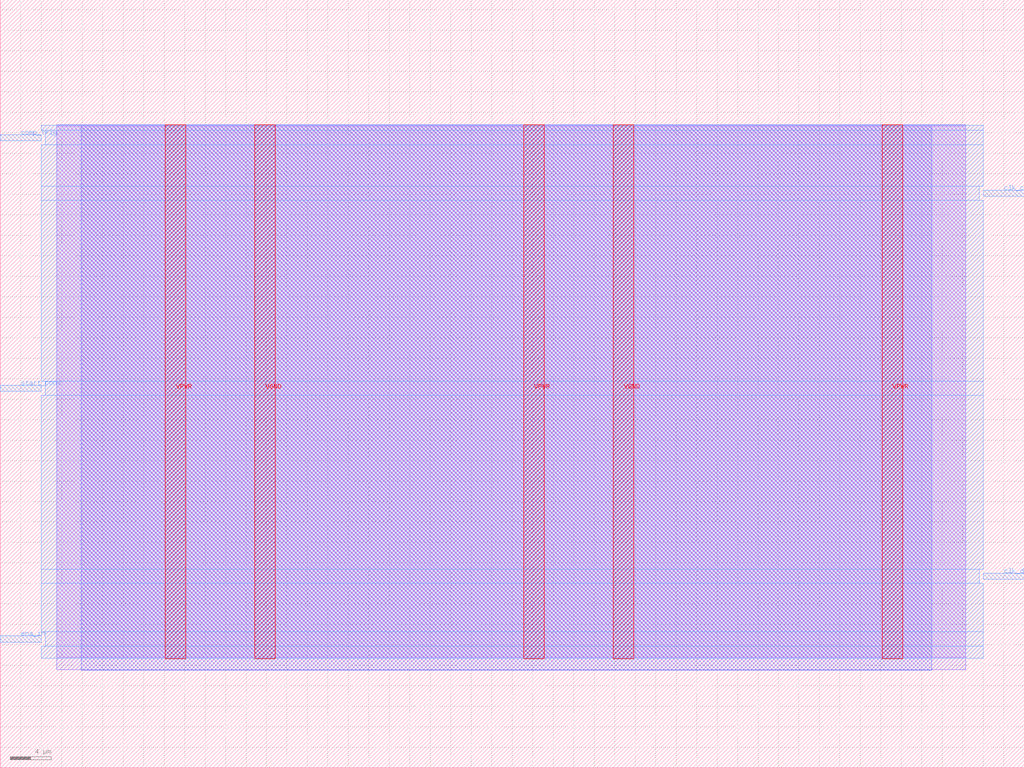
<source format=lef>
VERSION 5.7 ;
  NOWIREEXTENSIONATPIN ON ;
  DIVIDERCHAR "/" ;
  BUSBITCHARS "[]" ;
MACRO adc_clkgen_with_edgedetect
  CLASS BLOCK ;
  FOREIGN adc_clkgen_with_edgedetect ;
  ORIGIN 0.000 0.000 ;
  SIZE 100.000 BY 75.000 ;
  PIN VGND
    DIRECTION INOUT ;
    USE GROUND ;
    PORT
      LAYER met4 ;
        RECT 24.870 10.640 26.870 62.800 ;
    END
    PORT
      LAYER met4 ;
        RECT 59.870 10.640 61.870 62.800 ;
    END
  END VGND
  PIN VPWR
    DIRECTION INOUT ;
    USE POWER ;
    PORT
      LAYER met4 ;
        RECT 16.120 10.640 18.120 62.800 ;
    END
    PORT
      LAYER met4 ;
        RECT 51.120 10.640 53.120 62.800 ;
    END
    PORT
      LAYER met4 ;
        RECT 86.120 10.640 88.120 62.800 ;
    END
  END VPWR
  PIN clk_comp
    DIRECTION OUTPUT TRISTATE ;
    USE SIGNAL ;
    PORT
      LAYER met3 ;
        RECT 96.000 55.800 100.000 56.400 ;
    END
  END clk_comp
  PIN clk_dig
    DIRECTION OUTPUT TRISTATE ;
    USE SIGNAL ;
    PORT
      LAYER met3 ;
        RECT 96.000 18.400 100.000 19.000 ;
    END
  END clk_dig
  PIN comp_trig
    DIRECTION INPUT ;
    USE SIGNAL ;
    PORT
      LAYER met3 ;
        RECT 0.000 61.240 4.000 61.840 ;
    END
  END comp_trig
  PIN ena_in
    DIRECTION INPUT ;
    USE SIGNAL ;
    PORT
      LAYER met3 ;
        RECT 0.000 12.280 4.000 12.880 ;
    END
  END ena_in
  PIN start_conv
    DIRECTION INPUT ;
    USE SIGNAL ;
    PORT
      LAYER met3 ;
        RECT 0.000 36.760 4.000 37.360 ;
    END
  END start_conv
  OBS
      LAYER li1 ;
        RECT 5.520 10.795 94.300 62.645 ;
      LAYER met1 ;
        RECT 5.520 9.560 94.300 62.800 ;
      LAYER met2 ;
        RECT 7.920 9.530 90.980 62.745 ;
      LAYER met3 ;
        RECT 4.000 62.240 96.000 62.725 ;
        RECT 4.400 60.840 96.000 62.240 ;
        RECT 4.000 56.800 96.000 60.840 ;
        RECT 4.000 55.400 95.600 56.800 ;
        RECT 4.000 37.760 96.000 55.400 ;
        RECT 4.400 36.360 96.000 37.760 ;
        RECT 4.000 19.400 96.000 36.360 ;
        RECT 4.000 18.000 95.600 19.400 ;
        RECT 4.000 13.280 96.000 18.000 ;
        RECT 4.400 11.880 96.000 13.280 ;
        RECT 4.000 10.715 96.000 11.880 ;
  END
END adc_clkgen_with_edgedetect
END LIBRARY


</source>
